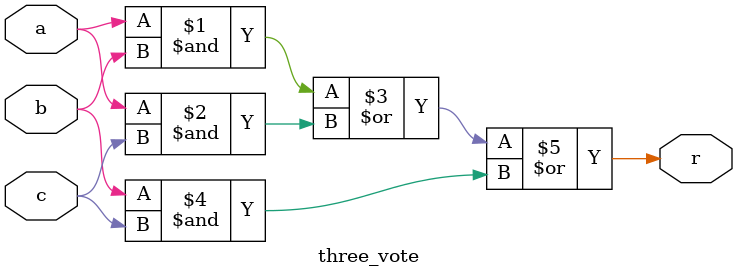
<source format=v>

module three_vote
(
    input a,
    input b,
    input c,
    output r
    );
    assign r=a&b|a&c|b&c; //  r=ab+ac+bc 
endmodule
</source>
